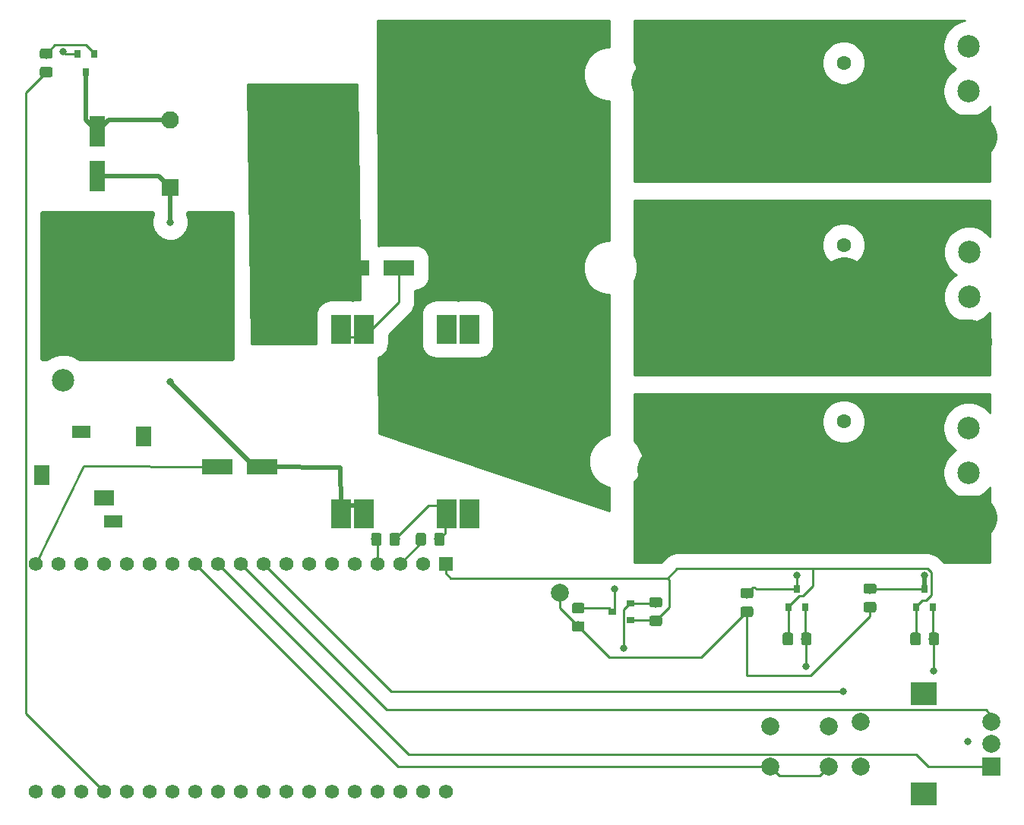
<source format=gbr>
G04 #@! TF.GenerationSoftware,KiCad,Pcbnew,5.1.4+dfsg1-1*
G04 #@! TF.CreationDate,2020-02-21T11:40:22+01:00*
G04 #@! TF.ProjectId,ledStripDriver,6c656453-7472-4697-9044-72697665722e,rev?*
G04 #@! TF.SameCoordinates,Original*
G04 #@! TF.FileFunction,Copper,L1,Top*
G04 #@! TF.FilePolarity,Positive*
%FSLAX46Y46*%
G04 Gerber Fmt 4.6, Leading zero omitted, Abs format (unit mm)*
G04 Created by KiCad (PCBNEW 5.1.4+dfsg1-1) date 2020-02-21 11:40:22*
%MOMM*%
%LPD*%
G04 APERTURE LIST*
%ADD10C,0.100000*%
%ADD11C,1.150000*%
%ADD12C,1.600000*%
%ADD13R,1.600000X1.600000*%
%ADD14C,2.000000*%
%ADD15R,2.000000X2.000000*%
%ADD16R,3.000000X2.500000*%
%ADD17R,2.100000X1.400000*%
%ADD18R,1.800000X2.300000*%
%ADD19R,2.300000X1.800000*%
%ADD20R,2.300000X3.200000*%
%ADD21C,1.560000*%
%ADD22R,1.560000X1.560000*%
%ADD23R,2.500000X6.000000*%
%ADD24R,0.800000X0.900000*%
%ADD25R,0.900000X0.800000*%
%ADD26C,1.950000*%
%ADD27R,1.950000X1.950000*%
%ADD28R,2.500000X2.500000*%
%ADD29C,2.500000*%
%ADD30R,3.500000X2.300000*%
%ADD31R,1.800000X3.500000*%
%ADD32R,3.500000X1.800000*%
%ADD33C,0.800000*%
%ADD34C,0.250000*%
%ADD35C,0.500000*%
%ADD36C,4.000000*%
%ADD37C,5.000000*%
%ADD38C,0.600000*%
%ADD39C,0.254000*%
G04 APERTURE END LIST*
D10*
G36*
X145299505Y-108801204D02*
G01*
X145323773Y-108804804D01*
X145347572Y-108810765D01*
X145370671Y-108819030D01*
X145392850Y-108829520D01*
X145413893Y-108842132D01*
X145433599Y-108856747D01*
X145451777Y-108873223D01*
X145468253Y-108891401D01*
X145482868Y-108911107D01*
X145495480Y-108932150D01*
X145505970Y-108954329D01*
X145514235Y-108977428D01*
X145520196Y-109001227D01*
X145523796Y-109025495D01*
X145525000Y-109049999D01*
X145525000Y-109950001D01*
X145523796Y-109974505D01*
X145520196Y-109998773D01*
X145514235Y-110022572D01*
X145505970Y-110045671D01*
X145495480Y-110067850D01*
X145482868Y-110088893D01*
X145468253Y-110108599D01*
X145451777Y-110126777D01*
X145433599Y-110143253D01*
X145413893Y-110157868D01*
X145392850Y-110170480D01*
X145370671Y-110180970D01*
X145347572Y-110189235D01*
X145323773Y-110195196D01*
X145299505Y-110198796D01*
X145275001Y-110200000D01*
X144624999Y-110200000D01*
X144600495Y-110198796D01*
X144576227Y-110195196D01*
X144552428Y-110189235D01*
X144529329Y-110180970D01*
X144507150Y-110170480D01*
X144486107Y-110157868D01*
X144466401Y-110143253D01*
X144448223Y-110126777D01*
X144431747Y-110108599D01*
X144417132Y-110088893D01*
X144404520Y-110067850D01*
X144394030Y-110045671D01*
X144385765Y-110022572D01*
X144379804Y-109998773D01*
X144376204Y-109974505D01*
X144375000Y-109950001D01*
X144375000Y-109049999D01*
X144376204Y-109025495D01*
X144379804Y-109001227D01*
X144385765Y-108977428D01*
X144394030Y-108954329D01*
X144404520Y-108932150D01*
X144417132Y-108911107D01*
X144431747Y-108891401D01*
X144448223Y-108873223D01*
X144466401Y-108856747D01*
X144486107Y-108842132D01*
X144507150Y-108829520D01*
X144529329Y-108819030D01*
X144552428Y-108810765D01*
X144576227Y-108804804D01*
X144600495Y-108801204D01*
X144624999Y-108800000D01*
X145275001Y-108800000D01*
X145299505Y-108801204D01*
X145299505Y-108801204D01*
G37*
D11*
X144950000Y-109500000D03*
D10*
G36*
X147349505Y-108801204D02*
G01*
X147373773Y-108804804D01*
X147397572Y-108810765D01*
X147420671Y-108819030D01*
X147442850Y-108829520D01*
X147463893Y-108842132D01*
X147483599Y-108856747D01*
X147501777Y-108873223D01*
X147518253Y-108891401D01*
X147532868Y-108911107D01*
X147545480Y-108932150D01*
X147555970Y-108954329D01*
X147564235Y-108977428D01*
X147570196Y-109001227D01*
X147573796Y-109025495D01*
X147575000Y-109049999D01*
X147575000Y-109950001D01*
X147573796Y-109974505D01*
X147570196Y-109998773D01*
X147564235Y-110022572D01*
X147555970Y-110045671D01*
X147545480Y-110067850D01*
X147532868Y-110088893D01*
X147518253Y-110108599D01*
X147501777Y-110126777D01*
X147483599Y-110143253D01*
X147463893Y-110157868D01*
X147442850Y-110170480D01*
X147420671Y-110180970D01*
X147397572Y-110189235D01*
X147373773Y-110195196D01*
X147349505Y-110198796D01*
X147325001Y-110200000D01*
X146674999Y-110200000D01*
X146650495Y-110198796D01*
X146626227Y-110195196D01*
X146602428Y-110189235D01*
X146579329Y-110180970D01*
X146557150Y-110170480D01*
X146536107Y-110157868D01*
X146516401Y-110143253D01*
X146498223Y-110126777D01*
X146481747Y-110108599D01*
X146467132Y-110088893D01*
X146454520Y-110067850D01*
X146444030Y-110045671D01*
X146435765Y-110022572D01*
X146429804Y-109998773D01*
X146426204Y-109974505D01*
X146425000Y-109950001D01*
X146425000Y-109049999D01*
X146426204Y-109025495D01*
X146429804Y-109001227D01*
X146435765Y-108977428D01*
X146444030Y-108954329D01*
X146454520Y-108932150D01*
X146467132Y-108911107D01*
X146481747Y-108891401D01*
X146498223Y-108873223D01*
X146516401Y-108856747D01*
X146536107Y-108842132D01*
X146557150Y-108829520D01*
X146579329Y-108819030D01*
X146602428Y-108810765D01*
X146626227Y-108804804D01*
X146650495Y-108801204D01*
X146674999Y-108800000D01*
X147325001Y-108800000D01*
X147349505Y-108801204D01*
X147349505Y-108801204D01*
G37*
D11*
X147000000Y-109500000D03*
D10*
G36*
X140324505Y-108801204D02*
G01*
X140348773Y-108804804D01*
X140372572Y-108810765D01*
X140395671Y-108819030D01*
X140417850Y-108829520D01*
X140438893Y-108842132D01*
X140458599Y-108856747D01*
X140476777Y-108873223D01*
X140493253Y-108891401D01*
X140507868Y-108911107D01*
X140520480Y-108932150D01*
X140530970Y-108954329D01*
X140539235Y-108977428D01*
X140545196Y-109001227D01*
X140548796Y-109025495D01*
X140550000Y-109049999D01*
X140550000Y-109950001D01*
X140548796Y-109974505D01*
X140545196Y-109998773D01*
X140539235Y-110022572D01*
X140530970Y-110045671D01*
X140520480Y-110067850D01*
X140507868Y-110088893D01*
X140493253Y-110108599D01*
X140476777Y-110126777D01*
X140458599Y-110143253D01*
X140438893Y-110157868D01*
X140417850Y-110170480D01*
X140395671Y-110180970D01*
X140372572Y-110189235D01*
X140348773Y-110195196D01*
X140324505Y-110198796D01*
X140300001Y-110200000D01*
X139649999Y-110200000D01*
X139625495Y-110198796D01*
X139601227Y-110195196D01*
X139577428Y-110189235D01*
X139554329Y-110180970D01*
X139532150Y-110170480D01*
X139511107Y-110157868D01*
X139491401Y-110143253D01*
X139473223Y-110126777D01*
X139456747Y-110108599D01*
X139442132Y-110088893D01*
X139429520Y-110067850D01*
X139419030Y-110045671D01*
X139410765Y-110022572D01*
X139404804Y-109998773D01*
X139401204Y-109974505D01*
X139400000Y-109950001D01*
X139400000Y-109049999D01*
X139401204Y-109025495D01*
X139404804Y-109001227D01*
X139410765Y-108977428D01*
X139419030Y-108954329D01*
X139429520Y-108932150D01*
X139442132Y-108911107D01*
X139456747Y-108891401D01*
X139473223Y-108873223D01*
X139491401Y-108856747D01*
X139511107Y-108842132D01*
X139532150Y-108829520D01*
X139554329Y-108819030D01*
X139577428Y-108810765D01*
X139601227Y-108804804D01*
X139625495Y-108801204D01*
X139649999Y-108800000D01*
X140300001Y-108800000D01*
X140324505Y-108801204D01*
X140324505Y-108801204D01*
G37*
D11*
X139975000Y-109500000D03*
D10*
G36*
X142374505Y-108801204D02*
G01*
X142398773Y-108804804D01*
X142422572Y-108810765D01*
X142445671Y-108819030D01*
X142467850Y-108829520D01*
X142488893Y-108842132D01*
X142508599Y-108856747D01*
X142526777Y-108873223D01*
X142543253Y-108891401D01*
X142557868Y-108911107D01*
X142570480Y-108932150D01*
X142580970Y-108954329D01*
X142589235Y-108977428D01*
X142595196Y-109001227D01*
X142598796Y-109025495D01*
X142600000Y-109049999D01*
X142600000Y-109950001D01*
X142598796Y-109974505D01*
X142595196Y-109998773D01*
X142589235Y-110022572D01*
X142580970Y-110045671D01*
X142570480Y-110067850D01*
X142557868Y-110088893D01*
X142543253Y-110108599D01*
X142526777Y-110126777D01*
X142508599Y-110143253D01*
X142488893Y-110157868D01*
X142467850Y-110170480D01*
X142445671Y-110180970D01*
X142422572Y-110189235D01*
X142398773Y-110195196D01*
X142374505Y-110198796D01*
X142350001Y-110200000D01*
X141699999Y-110200000D01*
X141675495Y-110198796D01*
X141651227Y-110195196D01*
X141627428Y-110189235D01*
X141604329Y-110180970D01*
X141582150Y-110170480D01*
X141561107Y-110157868D01*
X141541401Y-110143253D01*
X141523223Y-110126777D01*
X141506747Y-110108599D01*
X141492132Y-110088893D01*
X141479520Y-110067850D01*
X141469030Y-110045671D01*
X141460765Y-110022572D01*
X141454804Y-109998773D01*
X141451204Y-109974505D01*
X141450000Y-109950001D01*
X141450000Y-109049999D01*
X141451204Y-109025495D01*
X141454804Y-109001227D01*
X141460765Y-108977428D01*
X141469030Y-108954329D01*
X141479520Y-108932150D01*
X141492132Y-108911107D01*
X141506747Y-108891401D01*
X141523223Y-108873223D01*
X141541401Y-108856747D01*
X141561107Y-108842132D01*
X141582150Y-108829520D01*
X141604329Y-108819030D01*
X141627428Y-108810765D01*
X141651227Y-108804804D01*
X141675495Y-108801204D01*
X141699999Y-108800000D01*
X142350001Y-108800000D01*
X142374505Y-108801204D01*
X142374505Y-108801204D01*
G37*
D11*
X142025000Y-109500000D03*
D12*
X192075000Y-76680000D03*
D13*
X192075000Y-80480000D03*
D14*
X183924000Y-134836000D03*
X183924000Y-130336000D03*
X190424000Y-134836000D03*
X190424000Y-130336000D03*
D15*
X208500000Y-134836000D03*
D14*
X208500000Y-132336000D03*
X208500000Y-129836000D03*
D16*
X201000000Y-137936000D03*
X201000000Y-126736000D03*
D14*
X194000000Y-134836000D03*
X194000000Y-129836000D03*
D17*
X110616000Y-107524000D03*
X107116000Y-97524000D03*
D18*
X114016000Y-98024000D03*
D19*
X109616000Y-104924000D03*
D18*
X102716000Y-102324000D03*
D12*
X192075000Y-96365000D03*
D13*
X192075000Y-100165000D03*
D12*
X192075000Y-56360000D03*
D13*
X192075000Y-60160000D03*
D20*
X138580000Y-86055000D03*
X136040000Y-86055000D03*
X150320000Y-106655000D03*
X147780000Y-86055000D03*
X136040000Y-106655000D03*
X138580000Y-106655000D03*
X150320000Y-86055000D03*
X147780000Y-106655000D03*
D21*
X101980000Y-137630000D03*
X104520000Y-137630000D03*
X107060000Y-137630000D03*
X109600000Y-137630000D03*
X112140000Y-137630000D03*
X114680000Y-137630000D03*
X117220000Y-137630000D03*
X119760000Y-137630000D03*
X122300000Y-137630000D03*
X124840000Y-137630000D03*
X127380000Y-137630000D03*
X129920000Y-137630000D03*
X132460000Y-137630000D03*
X135000000Y-137630000D03*
X137540000Y-137630000D03*
X140080000Y-137630000D03*
X142620000Y-137630000D03*
X145160000Y-137630000D03*
X147700000Y-137630000D03*
X104520000Y-112230000D03*
X107060000Y-112230000D03*
X109600000Y-112230000D03*
X112140000Y-112230000D03*
X114680000Y-112230000D03*
X117220000Y-112230000D03*
X119760000Y-112230000D03*
X122300000Y-112230000D03*
X124840000Y-112230000D03*
X127380000Y-112230000D03*
X129920000Y-112230000D03*
X132460000Y-112230000D03*
X135000000Y-112230000D03*
X137540000Y-112230000D03*
X140080000Y-112230000D03*
X142620000Y-112230000D03*
X101980000Y-112230000D03*
X145160000Y-112230000D03*
D22*
X147700000Y-112230000D03*
D23*
X127610000Y-84290000D03*
X122860000Y-84290000D03*
D10*
G36*
X195470505Y-114441204D02*
G01*
X195494773Y-114444804D01*
X195518572Y-114450765D01*
X195541671Y-114459030D01*
X195563850Y-114469520D01*
X195584893Y-114482132D01*
X195604599Y-114496747D01*
X195622777Y-114513223D01*
X195639253Y-114531401D01*
X195653868Y-114551107D01*
X195666480Y-114572150D01*
X195676970Y-114594329D01*
X195685235Y-114617428D01*
X195691196Y-114641227D01*
X195694796Y-114665495D01*
X195696000Y-114689999D01*
X195696000Y-115340001D01*
X195694796Y-115364505D01*
X195691196Y-115388773D01*
X195685235Y-115412572D01*
X195676970Y-115435671D01*
X195666480Y-115457850D01*
X195653868Y-115478893D01*
X195639253Y-115498599D01*
X195622777Y-115516777D01*
X195604599Y-115533253D01*
X195584893Y-115547868D01*
X195563850Y-115560480D01*
X195541671Y-115570970D01*
X195518572Y-115579235D01*
X195494773Y-115585196D01*
X195470505Y-115588796D01*
X195446001Y-115590000D01*
X194545999Y-115590000D01*
X194521495Y-115588796D01*
X194497227Y-115585196D01*
X194473428Y-115579235D01*
X194450329Y-115570970D01*
X194428150Y-115560480D01*
X194407107Y-115547868D01*
X194387401Y-115533253D01*
X194369223Y-115516777D01*
X194352747Y-115498599D01*
X194338132Y-115478893D01*
X194325520Y-115457850D01*
X194315030Y-115435671D01*
X194306765Y-115412572D01*
X194300804Y-115388773D01*
X194297204Y-115364505D01*
X194296000Y-115340001D01*
X194296000Y-114689999D01*
X194297204Y-114665495D01*
X194300804Y-114641227D01*
X194306765Y-114617428D01*
X194315030Y-114594329D01*
X194325520Y-114572150D01*
X194338132Y-114551107D01*
X194352747Y-114531401D01*
X194369223Y-114513223D01*
X194387401Y-114496747D01*
X194407107Y-114482132D01*
X194428150Y-114469520D01*
X194450329Y-114459030D01*
X194473428Y-114450765D01*
X194497227Y-114444804D01*
X194521495Y-114441204D01*
X194545999Y-114440000D01*
X195446001Y-114440000D01*
X195470505Y-114441204D01*
X195470505Y-114441204D01*
G37*
D11*
X194996000Y-115015000D03*
D10*
G36*
X195470505Y-116491204D02*
G01*
X195494773Y-116494804D01*
X195518572Y-116500765D01*
X195541671Y-116509030D01*
X195563850Y-116519520D01*
X195584893Y-116532132D01*
X195604599Y-116546747D01*
X195622777Y-116563223D01*
X195639253Y-116581401D01*
X195653868Y-116601107D01*
X195666480Y-116622150D01*
X195676970Y-116644329D01*
X195685235Y-116667428D01*
X195691196Y-116691227D01*
X195694796Y-116715495D01*
X195696000Y-116739999D01*
X195696000Y-117390001D01*
X195694796Y-117414505D01*
X195691196Y-117438773D01*
X195685235Y-117462572D01*
X195676970Y-117485671D01*
X195666480Y-117507850D01*
X195653868Y-117528893D01*
X195639253Y-117548599D01*
X195622777Y-117566777D01*
X195604599Y-117583253D01*
X195584893Y-117597868D01*
X195563850Y-117610480D01*
X195541671Y-117620970D01*
X195518572Y-117629235D01*
X195494773Y-117635196D01*
X195470505Y-117638796D01*
X195446001Y-117640000D01*
X194545999Y-117640000D01*
X194521495Y-117638796D01*
X194497227Y-117635196D01*
X194473428Y-117629235D01*
X194450329Y-117620970D01*
X194428150Y-117610480D01*
X194407107Y-117597868D01*
X194387401Y-117583253D01*
X194369223Y-117566777D01*
X194352747Y-117548599D01*
X194338132Y-117528893D01*
X194325520Y-117507850D01*
X194315030Y-117485671D01*
X194306765Y-117462572D01*
X194300804Y-117438773D01*
X194297204Y-117414505D01*
X194296000Y-117390001D01*
X194296000Y-116739999D01*
X194297204Y-116715495D01*
X194300804Y-116691227D01*
X194306765Y-116667428D01*
X194315030Y-116644329D01*
X194325520Y-116622150D01*
X194338132Y-116601107D01*
X194352747Y-116581401D01*
X194369223Y-116563223D01*
X194387401Y-116546747D01*
X194407107Y-116532132D01*
X194428150Y-116519520D01*
X194450329Y-116509030D01*
X194473428Y-116500765D01*
X194497227Y-116494804D01*
X194521495Y-116491204D01*
X194545999Y-116490000D01*
X195446001Y-116490000D01*
X195470505Y-116491204D01*
X195470505Y-116491204D01*
G37*
D11*
X194996000Y-117065000D03*
D10*
G36*
X181754505Y-114949204D02*
G01*
X181778773Y-114952804D01*
X181802572Y-114958765D01*
X181825671Y-114967030D01*
X181847850Y-114977520D01*
X181868893Y-114990132D01*
X181888599Y-115004747D01*
X181906777Y-115021223D01*
X181923253Y-115039401D01*
X181937868Y-115059107D01*
X181950480Y-115080150D01*
X181960970Y-115102329D01*
X181969235Y-115125428D01*
X181975196Y-115149227D01*
X181978796Y-115173495D01*
X181980000Y-115197999D01*
X181980000Y-115848001D01*
X181978796Y-115872505D01*
X181975196Y-115896773D01*
X181969235Y-115920572D01*
X181960970Y-115943671D01*
X181950480Y-115965850D01*
X181937868Y-115986893D01*
X181923253Y-116006599D01*
X181906777Y-116024777D01*
X181888599Y-116041253D01*
X181868893Y-116055868D01*
X181847850Y-116068480D01*
X181825671Y-116078970D01*
X181802572Y-116087235D01*
X181778773Y-116093196D01*
X181754505Y-116096796D01*
X181730001Y-116098000D01*
X180829999Y-116098000D01*
X180805495Y-116096796D01*
X180781227Y-116093196D01*
X180757428Y-116087235D01*
X180734329Y-116078970D01*
X180712150Y-116068480D01*
X180691107Y-116055868D01*
X180671401Y-116041253D01*
X180653223Y-116024777D01*
X180636747Y-116006599D01*
X180622132Y-115986893D01*
X180609520Y-115965850D01*
X180599030Y-115943671D01*
X180590765Y-115920572D01*
X180584804Y-115896773D01*
X180581204Y-115872505D01*
X180580000Y-115848001D01*
X180580000Y-115197999D01*
X180581204Y-115173495D01*
X180584804Y-115149227D01*
X180590765Y-115125428D01*
X180599030Y-115102329D01*
X180609520Y-115080150D01*
X180622132Y-115059107D01*
X180636747Y-115039401D01*
X180653223Y-115021223D01*
X180671401Y-115004747D01*
X180691107Y-114990132D01*
X180712150Y-114977520D01*
X180734329Y-114967030D01*
X180757428Y-114958765D01*
X180781227Y-114952804D01*
X180805495Y-114949204D01*
X180829999Y-114948000D01*
X181730001Y-114948000D01*
X181754505Y-114949204D01*
X181754505Y-114949204D01*
G37*
D11*
X181280000Y-115523000D03*
D10*
G36*
X181754505Y-116999204D02*
G01*
X181778773Y-117002804D01*
X181802572Y-117008765D01*
X181825671Y-117017030D01*
X181847850Y-117027520D01*
X181868893Y-117040132D01*
X181888599Y-117054747D01*
X181906777Y-117071223D01*
X181923253Y-117089401D01*
X181937868Y-117109107D01*
X181950480Y-117130150D01*
X181960970Y-117152329D01*
X181969235Y-117175428D01*
X181975196Y-117199227D01*
X181978796Y-117223495D01*
X181980000Y-117247999D01*
X181980000Y-117898001D01*
X181978796Y-117922505D01*
X181975196Y-117946773D01*
X181969235Y-117970572D01*
X181960970Y-117993671D01*
X181950480Y-118015850D01*
X181937868Y-118036893D01*
X181923253Y-118056599D01*
X181906777Y-118074777D01*
X181888599Y-118091253D01*
X181868893Y-118105868D01*
X181847850Y-118118480D01*
X181825671Y-118128970D01*
X181802572Y-118137235D01*
X181778773Y-118143196D01*
X181754505Y-118146796D01*
X181730001Y-118148000D01*
X180829999Y-118148000D01*
X180805495Y-118146796D01*
X180781227Y-118143196D01*
X180757428Y-118137235D01*
X180734329Y-118128970D01*
X180712150Y-118118480D01*
X180691107Y-118105868D01*
X180671401Y-118091253D01*
X180653223Y-118074777D01*
X180636747Y-118056599D01*
X180622132Y-118036893D01*
X180609520Y-118015850D01*
X180599030Y-117993671D01*
X180590765Y-117970572D01*
X180584804Y-117946773D01*
X180581204Y-117922505D01*
X180580000Y-117898001D01*
X180580000Y-117247999D01*
X180581204Y-117223495D01*
X180584804Y-117199227D01*
X180590765Y-117175428D01*
X180599030Y-117152329D01*
X180609520Y-117130150D01*
X180622132Y-117109107D01*
X180636747Y-117089401D01*
X180653223Y-117071223D01*
X180671401Y-117054747D01*
X180691107Y-117040132D01*
X180712150Y-117027520D01*
X180734329Y-117017030D01*
X180757428Y-117008765D01*
X180781227Y-117002804D01*
X180805495Y-116999204D01*
X180829999Y-116998000D01*
X181730001Y-116998000D01*
X181754505Y-116999204D01*
X181754505Y-116999204D01*
G37*
D11*
X181280000Y-117573000D03*
D10*
G36*
X162949505Y-116600204D02*
G01*
X162973773Y-116603804D01*
X162997572Y-116609765D01*
X163020671Y-116618030D01*
X163042850Y-116628520D01*
X163063893Y-116641132D01*
X163083599Y-116655747D01*
X163101777Y-116672223D01*
X163118253Y-116690401D01*
X163132868Y-116710107D01*
X163145480Y-116731150D01*
X163155970Y-116753329D01*
X163164235Y-116776428D01*
X163170196Y-116800227D01*
X163173796Y-116824495D01*
X163175000Y-116848999D01*
X163175000Y-117499001D01*
X163173796Y-117523505D01*
X163170196Y-117547773D01*
X163164235Y-117571572D01*
X163155970Y-117594671D01*
X163145480Y-117616850D01*
X163132868Y-117637893D01*
X163118253Y-117657599D01*
X163101777Y-117675777D01*
X163083599Y-117692253D01*
X163063893Y-117706868D01*
X163042850Y-117719480D01*
X163020671Y-117729970D01*
X162997572Y-117738235D01*
X162973773Y-117744196D01*
X162949505Y-117747796D01*
X162925001Y-117749000D01*
X162024999Y-117749000D01*
X162000495Y-117747796D01*
X161976227Y-117744196D01*
X161952428Y-117738235D01*
X161929329Y-117729970D01*
X161907150Y-117719480D01*
X161886107Y-117706868D01*
X161866401Y-117692253D01*
X161848223Y-117675777D01*
X161831747Y-117657599D01*
X161817132Y-117637893D01*
X161804520Y-117616850D01*
X161794030Y-117594671D01*
X161785765Y-117571572D01*
X161779804Y-117547773D01*
X161776204Y-117523505D01*
X161775000Y-117499001D01*
X161775000Y-116848999D01*
X161776204Y-116824495D01*
X161779804Y-116800227D01*
X161785765Y-116776428D01*
X161794030Y-116753329D01*
X161804520Y-116731150D01*
X161817132Y-116710107D01*
X161831747Y-116690401D01*
X161848223Y-116672223D01*
X161866401Y-116655747D01*
X161886107Y-116641132D01*
X161907150Y-116628520D01*
X161929329Y-116618030D01*
X161952428Y-116609765D01*
X161976227Y-116603804D01*
X162000495Y-116600204D01*
X162024999Y-116599000D01*
X162925001Y-116599000D01*
X162949505Y-116600204D01*
X162949505Y-116600204D01*
G37*
D11*
X162475000Y-117174000D03*
D10*
G36*
X162949505Y-118650204D02*
G01*
X162973773Y-118653804D01*
X162997572Y-118659765D01*
X163020671Y-118668030D01*
X163042850Y-118678520D01*
X163063893Y-118691132D01*
X163083599Y-118705747D01*
X163101777Y-118722223D01*
X163118253Y-118740401D01*
X163132868Y-118760107D01*
X163145480Y-118781150D01*
X163155970Y-118803329D01*
X163164235Y-118826428D01*
X163170196Y-118850227D01*
X163173796Y-118874495D01*
X163175000Y-118898999D01*
X163175000Y-119549001D01*
X163173796Y-119573505D01*
X163170196Y-119597773D01*
X163164235Y-119621572D01*
X163155970Y-119644671D01*
X163145480Y-119666850D01*
X163132868Y-119687893D01*
X163118253Y-119707599D01*
X163101777Y-119725777D01*
X163083599Y-119742253D01*
X163063893Y-119756868D01*
X163042850Y-119769480D01*
X163020671Y-119779970D01*
X162997572Y-119788235D01*
X162973773Y-119794196D01*
X162949505Y-119797796D01*
X162925001Y-119799000D01*
X162024999Y-119799000D01*
X162000495Y-119797796D01*
X161976227Y-119794196D01*
X161952428Y-119788235D01*
X161929329Y-119779970D01*
X161907150Y-119769480D01*
X161886107Y-119756868D01*
X161866401Y-119742253D01*
X161848223Y-119725777D01*
X161831747Y-119707599D01*
X161817132Y-119687893D01*
X161804520Y-119666850D01*
X161794030Y-119644671D01*
X161785765Y-119621572D01*
X161779804Y-119597773D01*
X161776204Y-119573505D01*
X161775000Y-119549001D01*
X161775000Y-118898999D01*
X161776204Y-118874495D01*
X161779804Y-118850227D01*
X161785765Y-118826428D01*
X161794030Y-118803329D01*
X161804520Y-118781150D01*
X161817132Y-118760107D01*
X161831747Y-118740401D01*
X161848223Y-118722223D01*
X161866401Y-118705747D01*
X161886107Y-118691132D01*
X161907150Y-118678520D01*
X161929329Y-118668030D01*
X161952428Y-118659765D01*
X161976227Y-118653804D01*
X162000495Y-118650204D01*
X162024999Y-118649000D01*
X162925001Y-118649000D01*
X162949505Y-118650204D01*
X162949505Y-118650204D01*
G37*
D11*
X162475000Y-119224000D03*
D10*
G36*
X202466505Y-119913204D02*
G01*
X202490773Y-119916804D01*
X202514572Y-119922765D01*
X202537671Y-119931030D01*
X202559850Y-119941520D01*
X202580893Y-119954132D01*
X202600599Y-119968747D01*
X202618777Y-119985223D01*
X202635253Y-120003401D01*
X202649868Y-120023107D01*
X202662480Y-120044150D01*
X202672970Y-120066329D01*
X202681235Y-120089428D01*
X202687196Y-120113227D01*
X202690796Y-120137495D01*
X202692000Y-120161999D01*
X202692000Y-121062001D01*
X202690796Y-121086505D01*
X202687196Y-121110773D01*
X202681235Y-121134572D01*
X202672970Y-121157671D01*
X202662480Y-121179850D01*
X202649868Y-121200893D01*
X202635253Y-121220599D01*
X202618777Y-121238777D01*
X202600599Y-121255253D01*
X202580893Y-121269868D01*
X202559850Y-121282480D01*
X202537671Y-121292970D01*
X202514572Y-121301235D01*
X202490773Y-121307196D01*
X202466505Y-121310796D01*
X202442001Y-121312000D01*
X201791999Y-121312000D01*
X201767495Y-121310796D01*
X201743227Y-121307196D01*
X201719428Y-121301235D01*
X201696329Y-121292970D01*
X201674150Y-121282480D01*
X201653107Y-121269868D01*
X201633401Y-121255253D01*
X201615223Y-121238777D01*
X201598747Y-121220599D01*
X201584132Y-121200893D01*
X201571520Y-121179850D01*
X201561030Y-121157671D01*
X201552765Y-121134572D01*
X201546804Y-121110773D01*
X201543204Y-121086505D01*
X201542000Y-121062001D01*
X201542000Y-120161999D01*
X201543204Y-120137495D01*
X201546804Y-120113227D01*
X201552765Y-120089428D01*
X201561030Y-120066329D01*
X201571520Y-120044150D01*
X201584132Y-120023107D01*
X201598747Y-120003401D01*
X201615223Y-119985223D01*
X201633401Y-119968747D01*
X201653107Y-119954132D01*
X201674150Y-119941520D01*
X201696329Y-119931030D01*
X201719428Y-119922765D01*
X201743227Y-119916804D01*
X201767495Y-119913204D01*
X201791999Y-119912000D01*
X202442001Y-119912000D01*
X202466505Y-119913204D01*
X202466505Y-119913204D01*
G37*
D11*
X202117000Y-120612000D03*
D10*
G36*
X200416505Y-119913204D02*
G01*
X200440773Y-119916804D01*
X200464572Y-119922765D01*
X200487671Y-119931030D01*
X200509850Y-119941520D01*
X200530893Y-119954132D01*
X200550599Y-119968747D01*
X200568777Y-119985223D01*
X200585253Y-120003401D01*
X200599868Y-120023107D01*
X200612480Y-120044150D01*
X200622970Y-120066329D01*
X200631235Y-120089428D01*
X200637196Y-120113227D01*
X200640796Y-120137495D01*
X200642000Y-120161999D01*
X200642000Y-121062001D01*
X200640796Y-121086505D01*
X200637196Y-121110773D01*
X200631235Y-121134572D01*
X200622970Y-121157671D01*
X200612480Y-121179850D01*
X200599868Y-121200893D01*
X200585253Y-121220599D01*
X200568777Y-121238777D01*
X200550599Y-121255253D01*
X200530893Y-121269868D01*
X200509850Y-121282480D01*
X200487671Y-121292970D01*
X200464572Y-121301235D01*
X200440773Y-121307196D01*
X200416505Y-121310796D01*
X200392001Y-121312000D01*
X199741999Y-121312000D01*
X199717495Y-121310796D01*
X199693227Y-121307196D01*
X199669428Y-121301235D01*
X199646329Y-121292970D01*
X199624150Y-121282480D01*
X199603107Y-121269868D01*
X199583401Y-121255253D01*
X199565223Y-121238777D01*
X199548747Y-121220599D01*
X199534132Y-121200893D01*
X199521520Y-121179850D01*
X199511030Y-121157671D01*
X199502765Y-121134572D01*
X199496804Y-121110773D01*
X199493204Y-121086505D01*
X199492000Y-121062001D01*
X199492000Y-120161999D01*
X199493204Y-120137495D01*
X199496804Y-120113227D01*
X199502765Y-120089428D01*
X199511030Y-120066329D01*
X199521520Y-120044150D01*
X199534132Y-120023107D01*
X199548747Y-120003401D01*
X199565223Y-119985223D01*
X199583401Y-119968747D01*
X199603107Y-119954132D01*
X199624150Y-119941520D01*
X199646329Y-119931030D01*
X199669428Y-119922765D01*
X199693227Y-119916804D01*
X199717495Y-119913204D01*
X199741999Y-119912000D01*
X200392001Y-119912000D01*
X200416505Y-119913204D01*
X200416505Y-119913204D01*
G37*
D11*
X200067000Y-120612000D03*
D10*
G36*
X188242505Y-119913204D02*
G01*
X188266773Y-119916804D01*
X188290572Y-119922765D01*
X188313671Y-119931030D01*
X188335850Y-119941520D01*
X188356893Y-119954132D01*
X188376599Y-119968747D01*
X188394777Y-119985223D01*
X188411253Y-120003401D01*
X188425868Y-120023107D01*
X188438480Y-120044150D01*
X188448970Y-120066329D01*
X188457235Y-120089428D01*
X188463196Y-120113227D01*
X188466796Y-120137495D01*
X188468000Y-120161999D01*
X188468000Y-121062001D01*
X188466796Y-121086505D01*
X188463196Y-121110773D01*
X188457235Y-121134572D01*
X188448970Y-121157671D01*
X188438480Y-121179850D01*
X188425868Y-121200893D01*
X188411253Y-121220599D01*
X188394777Y-121238777D01*
X188376599Y-121255253D01*
X188356893Y-121269868D01*
X188335850Y-121282480D01*
X188313671Y-121292970D01*
X188290572Y-121301235D01*
X188266773Y-121307196D01*
X188242505Y-121310796D01*
X188218001Y-121312000D01*
X187567999Y-121312000D01*
X187543495Y-121310796D01*
X187519227Y-121307196D01*
X187495428Y-121301235D01*
X187472329Y-121292970D01*
X187450150Y-121282480D01*
X187429107Y-121269868D01*
X187409401Y-121255253D01*
X187391223Y-121238777D01*
X187374747Y-121220599D01*
X187360132Y-121200893D01*
X187347520Y-121179850D01*
X187337030Y-121157671D01*
X187328765Y-121134572D01*
X187322804Y-121110773D01*
X187319204Y-121086505D01*
X187318000Y-121062001D01*
X187318000Y-120161999D01*
X187319204Y-120137495D01*
X187322804Y-120113227D01*
X187328765Y-120089428D01*
X187337030Y-120066329D01*
X187347520Y-120044150D01*
X187360132Y-120023107D01*
X187374747Y-120003401D01*
X187391223Y-119985223D01*
X187409401Y-119968747D01*
X187429107Y-119954132D01*
X187450150Y-119941520D01*
X187472329Y-119931030D01*
X187495428Y-119922765D01*
X187519227Y-119916804D01*
X187543495Y-119913204D01*
X187567999Y-119912000D01*
X188218001Y-119912000D01*
X188242505Y-119913204D01*
X188242505Y-119913204D01*
G37*
D11*
X187893000Y-120612000D03*
D10*
G36*
X186192505Y-119913204D02*
G01*
X186216773Y-119916804D01*
X186240572Y-119922765D01*
X186263671Y-119931030D01*
X186285850Y-119941520D01*
X186306893Y-119954132D01*
X186326599Y-119968747D01*
X186344777Y-119985223D01*
X186361253Y-120003401D01*
X186375868Y-120023107D01*
X186388480Y-120044150D01*
X186398970Y-120066329D01*
X186407235Y-120089428D01*
X186413196Y-120113227D01*
X186416796Y-120137495D01*
X186418000Y-120161999D01*
X186418000Y-121062001D01*
X186416796Y-121086505D01*
X186413196Y-121110773D01*
X186407235Y-121134572D01*
X186398970Y-121157671D01*
X186388480Y-121179850D01*
X186375868Y-121200893D01*
X186361253Y-121220599D01*
X186344777Y-121238777D01*
X186326599Y-121255253D01*
X186306893Y-121269868D01*
X186285850Y-121282480D01*
X186263671Y-121292970D01*
X186240572Y-121301235D01*
X186216773Y-121307196D01*
X186192505Y-121310796D01*
X186168001Y-121312000D01*
X185517999Y-121312000D01*
X185493495Y-121310796D01*
X185469227Y-121307196D01*
X185445428Y-121301235D01*
X185422329Y-121292970D01*
X185400150Y-121282480D01*
X185379107Y-121269868D01*
X185359401Y-121255253D01*
X185341223Y-121238777D01*
X185324747Y-121220599D01*
X185310132Y-121200893D01*
X185297520Y-121179850D01*
X185287030Y-121157671D01*
X185278765Y-121134572D01*
X185272804Y-121110773D01*
X185269204Y-121086505D01*
X185268000Y-121062001D01*
X185268000Y-120161999D01*
X185269204Y-120137495D01*
X185272804Y-120113227D01*
X185278765Y-120089428D01*
X185287030Y-120066329D01*
X185297520Y-120044150D01*
X185310132Y-120023107D01*
X185324747Y-120003401D01*
X185341223Y-119985223D01*
X185359401Y-119968747D01*
X185379107Y-119954132D01*
X185400150Y-119941520D01*
X185422329Y-119931030D01*
X185445428Y-119922765D01*
X185469227Y-119916804D01*
X185493495Y-119913204D01*
X185517999Y-119912000D01*
X186168001Y-119912000D01*
X186192505Y-119913204D01*
X186192505Y-119913204D01*
G37*
D11*
X185843000Y-120612000D03*
D10*
G36*
X171594505Y-115965204D02*
G01*
X171618773Y-115968804D01*
X171642572Y-115974765D01*
X171665671Y-115983030D01*
X171687850Y-115993520D01*
X171708893Y-116006132D01*
X171728599Y-116020747D01*
X171746777Y-116037223D01*
X171763253Y-116055401D01*
X171777868Y-116075107D01*
X171790480Y-116096150D01*
X171800970Y-116118329D01*
X171809235Y-116141428D01*
X171815196Y-116165227D01*
X171818796Y-116189495D01*
X171820000Y-116213999D01*
X171820000Y-116864001D01*
X171818796Y-116888505D01*
X171815196Y-116912773D01*
X171809235Y-116936572D01*
X171800970Y-116959671D01*
X171790480Y-116981850D01*
X171777868Y-117002893D01*
X171763253Y-117022599D01*
X171746777Y-117040777D01*
X171728599Y-117057253D01*
X171708893Y-117071868D01*
X171687850Y-117084480D01*
X171665671Y-117094970D01*
X171642572Y-117103235D01*
X171618773Y-117109196D01*
X171594505Y-117112796D01*
X171570001Y-117114000D01*
X170669999Y-117114000D01*
X170645495Y-117112796D01*
X170621227Y-117109196D01*
X170597428Y-117103235D01*
X170574329Y-117094970D01*
X170552150Y-117084480D01*
X170531107Y-117071868D01*
X170511401Y-117057253D01*
X170493223Y-117040777D01*
X170476747Y-117022599D01*
X170462132Y-117002893D01*
X170449520Y-116981850D01*
X170439030Y-116959671D01*
X170430765Y-116936572D01*
X170424804Y-116912773D01*
X170421204Y-116888505D01*
X170420000Y-116864001D01*
X170420000Y-116213999D01*
X170421204Y-116189495D01*
X170424804Y-116165227D01*
X170430765Y-116141428D01*
X170439030Y-116118329D01*
X170449520Y-116096150D01*
X170462132Y-116075107D01*
X170476747Y-116055401D01*
X170493223Y-116037223D01*
X170511401Y-116020747D01*
X170531107Y-116006132D01*
X170552150Y-115993520D01*
X170574329Y-115983030D01*
X170597428Y-115974765D01*
X170621227Y-115968804D01*
X170645495Y-115965204D01*
X170669999Y-115964000D01*
X171570001Y-115964000D01*
X171594505Y-115965204D01*
X171594505Y-115965204D01*
G37*
D11*
X171120000Y-116539000D03*
D10*
G36*
X171594505Y-118015204D02*
G01*
X171618773Y-118018804D01*
X171642572Y-118024765D01*
X171665671Y-118033030D01*
X171687850Y-118043520D01*
X171708893Y-118056132D01*
X171728599Y-118070747D01*
X171746777Y-118087223D01*
X171763253Y-118105401D01*
X171777868Y-118125107D01*
X171790480Y-118146150D01*
X171800970Y-118168329D01*
X171809235Y-118191428D01*
X171815196Y-118215227D01*
X171818796Y-118239495D01*
X171820000Y-118263999D01*
X171820000Y-118914001D01*
X171818796Y-118938505D01*
X171815196Y-118962773D01*
X171809235Y-118986572D01*
X171800970Y-119009671D01*
X171790480Y-119031850D01*
X171777868Y-119052893D01*
X171763253Y-119072599D01*
X171746777Y-119090777D01*
X171728599Y-119107253D01*
X171708893Y-119121868D01*
X171687850Y-119134480D01*
X171665671Y-119144970D01*
X171642572Y-119153235D01*
X171618773Y-119159196D01*
X171594505Y-119162796D01*
X171570001Y-119164000D01*
X170669999Y-119164000D01*
X170645495Y-119162796D01*
X170621227Y-119159196D01*
X170597428Y-119153235D01*
X170574329Y-119144970D01*
X170552150Y-119134480D01*
X170531107Y-119121868D01*
X170511401Y-119107253D01*
X170493223Y-119090777D01*
X170476747Y-119072599D01*
X170462132Y-119052893D01*
X170449520Y-119031850D01*
X170439030Y-119009671D01*
X170430765Y-118986572D01*
X170424804Y-118962773D01*
X170421204Y-118938505D01*
X170420000Y-118914001D01*
X170420000Y-118263999D01*
X170421204Y-118239495D01*
X170424804Y-118215227D01*
X170430765Y-118191428D01*
X170439030Y-118168329D01*
X170449520Y-118146150D01*
X170462132Y-118125107D01*
X170476747Y-118105401D01*
X170493223Y-118087223D01*
X170511401Y-118070747D01*
X170531107Y-118056132D01*
X170552150Y-118043520D01*
X170574329Y-118033030D01*
X170597428Y-118024765D01*
X170621227Y-118018804D01*
X170645495Y-118015204D01*
X170669999Y-118014000D01*
X171570001Y-118014000D01*
X171594505Y-118015204D01*
X171594505Y-118015204D01*
G37*
D11*
X171120000Y-118589000D03*
D10*
G36*
X103649505Y-56801204D02*
G01*
X103673773Y-56804804D01*
X103697572Y-56810765D01*
X103720671Y-56819030D01*
X103742850Y-56829520D01*
X103763893Y-56842132D01*
X103783599Y-56856747D01*
X103801777Y-56873223D01*
X103818253Y-56891401D01*
X103832868Y-56911107D01*
X103845480Y-56932150D01*
X103855970Y-56954329D01*
X103864235Y-56977428D01*
X103870196Y-57001227D01*
X103873796Y-57025495D01*
X103875000Y-57049999D01*
X103875000Y-57700001D01*
X103873796Y-57724505D01*
X103870196Y-57748773D01*
X103864235Y-57772572D01*
X103855970Y-57795671D01*
X103845480Y-57817850D01*
X103832868Y-57838893D01*
X103818253Y-57858599D01*
X103801777Y-57876777D01*
X103783599Y-57893253D01*
X103763893Y-57907868D01*
X103742850Y-57920480D01*
X103720671Y-57930970D01*
X103697572Y-57939235D01*
X103673773Y-57945196D01*
X103649505Y-57948796D01*
X103625001Y-57950000D01*
X102724999Y-57950000D01*
X102700495Y-57948796D01*
X102676227Y-57945196D01*
X102652428Y-57939235D01*
X102629329Y-57930970D01*
X102607150Y-57920480D01*
X102586107Y-57907868D01*
X102566401Y-57893253D01*
X102548223Y-57876777D01*
X102531747Y-57858599D01*
X102517132Y-57838893D01*
X102504520Y-57817850D01*
X102494030Y-57795671D01*
X102485765Y-57772572D01*
X102479804Y-57748773D01*
X102476204Y-57724505D01*
X102475000Y-57700001D01*
X102475000Y-57049999D01*
X102476204Y-57025495D01*
X102479804Y-57001227D01*
X102485765Y-56977428D01*
X102494030Y-56954329D01*
X102504520Y-56932150D01*
X102517132Y-56911107D01*
X102531747Y-56891401D01*
X102548223Y-56873223D01*
X102566401Y-56856747D01*
X102586107Y-56842132D01*
X102607150Y-56829520D01*
X102629329Y-56819030D01*
X102652428Y-56810765D01*
X102676227Y-56804804D01*
X102700495Y-56801204D01*
X102724999Y-56800000D01*
X103625001Y-56800000D01*
X103649505Y-56801204D01*
X103649505Y-56801204D01*
G37*
D11*
X103175000Y-57375000D03*
D10*
G36*
X103649505Y-54751204D02*
G01*
X103673773Y-54754804D01*
X103697572Y-54760765D01*
X103720671Y-54769030D01*
X103742850Y-54779520D01*
X103763893Y-54792132D01*
X103783599Y-54806747D01*
X103801777Y-54823223D01*
X103818253Y-54841401D01*
X103832868Y-54861107D01*
X103845480Y-54882150D01*
X103855970Y-54904329D01*
X103864235Y-54927428D01*
X103870196Y-54951227D01*
X103873796Y-54975495D01*
X103875000Y-54999999D01*
X103875000Y-55650001D01*
X103873796Y-55674505D01*
X103870196Y-55698773D01*
X103864235Y-55722572D01*
X103855970Y-55745671D01*
X103845480Y-55767850D01*
X103832868Y-55788893D01*
X103818253Y-55808599D01*
X103801777Y-55826777D01*
X103783599Y-55843253D01*
X103763893Y-55857868D01*
X103742850Y-55870480D01*
X103720671Y-55880970D01*
X103697572Y-55889235D01*
X103673773Y-55895196D01*
X103649505Y-55898796D01*
X103625001Y-55900000D01*
X102724999Y-55900000D01*
X102700495Y-55898796D01*
X102676227Y-55895196D01*
X102652428Y-55889235D01*
X102629329Y-55880970D01*
X102607150Y-55870480D01*
X102586107Y-55857868D01*
X102566401Y-55843253D01*
X102548223Y-55826777D01*
X102531747Y-55808599D01*
X102517132Y-55788893D01*
X102504520Y-55767850D01*
X102494030Y-55745671D01*
X102485765Y-55722572D01*
X102479804Y-55698773D01*
X102476204Y-55674505D01*
X102475000Y-55650001D01*
X102475000Y-54999999D01*
X102476204Y-54975495D01*
X102479804Y-54951227D01*
X102485765Y-54927428D01*
X102494030Y-54904329D01*
X102504520Y-54882150D01*
X102517132Y-54861107D01*
X102531747Y-54841401D01*
X102548223Y-54823223D01*
X102566401Y-54806747D01*
X102586107Y-54792132D01*
X102607150Y-54779520D01*
X102629329Y-54769030D01*
X102652428Y-54760765D01*
X102676227Y-54754804D01*
X102700495Y-54751204D01*
X102724999Y-54750000D01*
X103625001Y-54750000D01*
X103649505Y-54751204D01*
X103649505Y-54751204D01*
G37*
D11*
X103175000Y-55325000D03*
D24*
X201092000Y-115040000D03*
X202042000Y-117040000D03*
X200142000Y-117040000D03*
X186868000Y-115040000D03*
X187818000Y-117040000D03*
X185918000Y-117040000D03*
D25*
X166310000Y-117564000D03*
X168310000Y-116614000D03*
X168310000Y-118514000D03*
D24*
X107620000Y-57350000D03*
X106670000Y-55350000D03*
X108570000Y-55350000D03*
D26*
X142010000Y-70260000D03*
X137010000Y-70260000D03*
X137010000Y-62760000D03*
X142010000Y-62760000D03*
D27*
X117010000Y-70260000D03*
D26*
X117010000Y-62760000D03*
D28*
X206000000Y-107070000D03*
D29*
X206000000Y-102070000D03*
X206000000Y-97070000D03*
D28*
X206045000Y-87465000D03*
D29*
X206045000Y-82465000D03*
X206045000Y-77465000D03*
X206000000Y-54500000D03*
X206000000Y-59500000D03*
D28*
X206000000Y-64500000D03*
D29*
X105080000Y-91750000D03*
D28*
X105080000Y-81750000D03*
D30*
X161850000Y-101700000D03*
X171500000Y-101700000D03*
X161215000Y-80110000D03*
X170865000Y-80110000D03*
X161215000Y-58520000D03*
X170865000Y-58520000D03*
D31*
X108890000Y-64010000D03*
X108890000Y-69010000D03*
D32*
X127265000Y-101435000D03*
X122265000Y-101435000D03*
X137505000Y-79210000D03*
X142505000Y-79210000D03*
D33*
X105080000Y-55080000D03*
X205918000Y-132042000D03*
X117010000Y-74138000D03*
X117010000Y-91918000D03*
X201092000Y-113500000D03*
X167564000Y-121628000D03*
X186868000Y-113500000D03*
X187884000Y-123660000D03*
X202117000Y-124159000D03*
X166548000Y-115024000D03*
D14*
X160452000Y-115445000D03*
D33*
X192000000Y-126500000D03*
D34*
X105350000Y-55350000D02*
X105080000Y-55080000D01*
X106670000Y-55350000D02*
X105350000Y-55350000D01*
X147623372Y-105911628D02*
X147780000Y-105755000D01*
X147623372Y-108876628D02*
X147623372Y-105911628D01*
X147000000Y-109500000D02*
X147623372Y-108876628D01*
X145770000Y-105755000D02*
X147780000Y-105755000D01*
X142025000Y-109500000D02*
X145770000Y-105755000D01*
X140045000Y-85490000D02*
X138580000Y-86955000D01*
X142505000Y-83030000D02*
X142505000Y-79210000D01*
X138580000Y-86955000D02*
X142505000Y-83030000D01*
X136040000Y-86955000D02*
X138580000Y-86955000D01*
D35*
X115760000Y-69010000D02*
X117010000Y-70260000D01*
X108890000Y-69010000D02*
X115760000Y-69010000D01*
X117010000Y-92030000D02*
X117010000Y-91918000D01*
X126415000Y-101435000D02*
X117010000Y-92030000D01*
X127265000Y-101435000D02*
X126415000Y-101435000D01*
X138580000Y-105755000D02*
X136040000Y-105755000D01*
X117010000Y-74138000D02*
X117010000Y-70260000D01*
X136000000Y-101500000D02*
X127265000Y-101435000D01*
X136040000Y-105755000D02*
X136000000Y-101500000D01*
D34*
X107366000Y-101308000D02*
X122265000Y-101435000D01*
X101980000Y-112230000D02*
X107366000Y-101308000D01*
D35*
X110140000Y-62760000D02*
X108890000Y-64010000D01*
X117010000Y-62760000D02*
X110140000Y-62760000D01*
X107620000Y-62740000D02*
X108890000Y-64010000D01*
X107620000Y-57350000D02*
X107620000Y-62740000D01*
D34*
X107624999Y-54354999D02*
X104145001Y-54354999D01*
X108570000Y-55300000D02*
X107624999Y-54354999D01*
X104145001Y-54354999D02*
X103175000Y-55325000D01*
X108570000Y-55350000D02*
X108570000Y-55300000D01*
D35*
X201092000Y-113500000D02*
X201092000Y-115040000D01*
D34*
X201067000Y-115015000D02*
X201092000Y-115040000D01*
X194996000Y-115015000D02*
X201067000Y-115015000D01*
X171045000Y-116614000D02*
X171120000Y-116539000D01*
X168310000Y-116614000D02*
X171045000Y-116614000D01*
X167534999Y-117339001D02*
X167534999Y-121598999D01*
X168310000Y-116614000D02*
X168260000Y-116614000D01*
X168260000Y-116614000D02*
X167534999Y-117339001D01*
X167534999Y-121598999D02*
X167564000Y-121628000D01*
X147700000Y-113260000D02*
X148260000Y-113820000D01*
X147700000Y-112230000D02*
X147700000Y-113260000D01*
X171045000Y-118514000D02*
X171120000Y-118589000D01*
X168310000Y-118514000D02*
X171045000Y-118514000D01*
X171120000Y-118589000D02*
X172644000Y-117065000D01*
X172644000Y-114008000D02*
X172456000Y-113820000D01*
X172644000Y-117065000D02*
X172644000Y-114008000D01*
X148260000Y-113820000D02*
X172456000Y-113820000D01*
X185918000Y-120537000D02*
X185843000Y-120612000D01*
X185918000Y-117040000D02*
X185918000Y-120537000D01*
X172456000Y-113820000D02*
X173501001Y-112774999D01*
X188609001Y-114734001D02*
X188609001Y-112774999D01*
X187528001Y-115815001D02*
X188609001Y-114734001D01*
X187092999Y-115815001D02*
X187528001Y-115815001D01*
X185918000Y-116990000D02*
X187092999Y-115815001D01*
X185918000Y-117040000D02*
X185918000Y-116990000D01*
X173501001Y-112774999D02*
X188609001Y-112774999D01*
X200142000Y-116990000D02*
X200142000Y-117040000D01*
X200792000Y-116340000D02*
X200142000Y-116990000D01*
X201227002Y-116340000D02*
X200792000Y-116340000D01*
X201817001Y-115750001D02*
X201227002Y-116340000D01*
X201817001Y-113151999D02*
X201817001Y-115750001D01*
X201440001Y-112774999D02*
X201817001Y-113151999D01*
X188609001Y-112774999D02*
X201440001Y-112774999D01*
X200142000Y-120537000D02*
X200067000Y-120612000D01*
X200142000Y-117040000D02*
X200142000Y-120537000D01*
X186868000Y-113500000D02*
X186868000Y-115040000D01*
X186852000Y-115024000D02*
X186868000Y-115040000D01*
X182305000Y-115024000D02*
X186852000Y-115024000D01*
X182180628Y-114899628D02*
X182305000Y-115024000D01*
X181903372Y-114899628D02*
X182180628Y-114899628D01*
X181280000Y-115523000D02*
X181903372Y-114899628D01*
X187818000Y-120537000D02*
X187893000Y-120612000D01*
X187818000Y-117040000D02*
X187818000Y-120537000D01*
X187893000Y-120612000D02*
X187893000Y-123651000D01*
X187893000Y-123651000D02*
X187884000Y-123660000D01*
X202042000Y-120537000D02*
X202117000Y-120612000D01*
X202042000Y-117040000D02*
X202042000Y-120537000D01*
X202117000Y-120612000D02*
X202117000Y-124159000D01*
X100874999Y-128904999D02*
X109600000Y-137630000D01*
X100874999Y-59675001D02*
X100874999Y-128904999D01*
X103175000Y-57375000D02*
X100874999Y-59675001D01*
X165920000Y-117174000D02*
X166310000Y-117564000D01*
X162475000Y-117174000D02*
X165920000Y-117174000D01*
X166548000Y-117326000D02*
X166310000Y-117564000D01*
X166548000Y-115024000D02*
X166548000Y-117326000D01*
D36*
X170865000Y-80110000D02*
X171465000Y-80110000D01*
D37*
X199060000Y-87465000D02*
X206045000Y-87465000D01*
X192075000Y-80480000D02*
X199060000Y-87465000D01*
D36*
X170865000Y-58520000D02*
X171465000Y-58520000D01*
D37*
X190250999Y-61960001D02*
X192075000Y-61960001D01*
X181055001Y-61960001D02*
X190250999Y-61960001D01*
X170865000Y-58520000D02*
X177615000Y-58520000D01*
X177615000Y-58520000D02*
X181055001Y-61960001D01*
X192895998Y-64605000D02*
X206680000Y-64605000D01*
X190250999Y-61960001D02*
X192895998Y-64605000D01*
X192075000Y-103789002D02*
X192075000Y-101965001D01*
X188014002Y-107850000D02*
X192075000Y-103789002D01*
X178250000Y-107850000D02*
X188014002Y-107850000D01*
X171500000Y-101700000D02*
X172100000Y-101700000D01*
X172100000Y-101700000D02*
X178250000Y-107850000D01*
X195355998Y-107070000D02*
X206680000Y-107070000D01*
X192075000Y-103789002D02*
X195355998Y-107070000D01*
D34*
X194996000Y-118065002D02*
X194996000Y-117065000D01*
X188376001Y-124685001D02*
X194996000Y-118065002D01*
X181289001Y-124685001D02*
X188376001Y-124685001D01*
X181280000Y-124676000D02*
X181289001Y-124685001D01*
X181280000Y-117573000D02*
X181280000Y-124676000D01*
X165904001Y-122653001D02*
X162475000Y-119224000D01*
X176199999Y-122653001D02*
X165904001Y-122653001D01*
X181280000Y-117573000D02*
X176199999Y-122653001D01*
X165904001Y-122653001D02*
X160452000Y-117201000D01*
X160452000Y-117201000D02*
X160452000Y-115445000D01*
X123079999Y-113009999D02*
X122300000Y-112230000D01*
X143580999Y-133510999D02*
X122300000Y-112230000D01*
X209220000Y-134836000D02*
X201484998Y-134836000D01*
X200159997Y-133510999D02*
X143580999Y-133510999D01*
X201484998Y-134836000D02*
X200159997Y-133510999D01*
X141120999Y-128510999D02*
X124840000Y-112230000D01*
X207894999Y-128510999D02*
X141120999Y-128510999D01*
X209220000Y-129836000D02*
X207894999Y-128510999D01*
X192000000Y-126500000D02*
X141650000Y-126500000D01*
X127380000Y-112230000D02*
X141650000Y-126500000D01*
X142366000Y-134836000D02*
X183924000Y-134836000D01*
X119760000Y-112230000D02*
X142366000Y-134836000D01*
X189424001Y-135835999D02*
X190424000Y-134836000D01*
X184923999Y-135835999D02*
X189424001Y-135835999D01*
X183924000Y-134836000D02*
X184923999Y-135835999D01*
X140080000Y-109605000D02*
X139975000Y-109500000D01*
X140080000Y-112230000D02*
X140080000Y-109605000D01*
X144950000Y-109900000D02*
X144950000Y-109500000D01*
X142620000Y-112230000D02*
X144950000Y-109900000D01*
D38*
G36*
X114960000Y-73338260D02*
G01*
X114894545Y-73496284D01*
X114810000Y-73921319D01*
X114810000Y-74354681D01*
X114894545Y-74779716D01*
X115060385Y-75180091D01*
X115301148Y-75540418D01*
X115607582Y-75846852D01*
X115967909Y-76087615D01*
X116368284Y-76253455D01*
X116793319Y-76338000D01*
X117226681Y-76338000D01*
X117651716Y-76253455D01*
X118052091Y-76087615D01*
X118412418Y-75846852D01*
X118718852Y-75540418D01*
X118959615Y-75180091D01*
X119125455Y-74779716D01*
X119210000Y-74354681D01*
X119210000Y-73921319D01*
X119125455Y-73496284D01*
X119060000Y-73338261D01*
X119060000Y-73160000D01*
X123830000Y-73160000D01*
X123830000Y-89324000D01*
X106939090Y-89324000D01*
X106524717Y-89047125D01*
X105969652Y-88817209D01*
X105380399Y-88700000D01*
X104779601Y-88700000D01*
X104190348Y-88817209D01*
X103635283Y-89047125D01*
X103220910Y-89324000D01*
X102799999Y-89324000D01*
X102799999Y-73160000D01*
X114960000Y-73160000D01*
X114960000Y-73338260D01*
X114960000Y-73338260D01*
G37*
X114960000Y-73338260D02*
X114894545Y-73496284D01*
X114810000Y-73921319D01*
X114810000Y-74354681D01*
X114894545Y-74779716D01*
X115060385Y-75180091D01*
X115301148Y-75540418D01*
X115607582Y-75846852D01*
X115967909Y-76087615D01*
X116368284Y-76253455D01*
X116793319Y-76338000D01*
X117226681Y-76338000D01*
X117651716Y-76253455D01*
X118052091Y-76087615D01*
X118412418Y-75846852D01*
X118718852Y-75540418D01*
X118959615Y-75180091D01*
X119125455Y-74779716D01*
X119210000Y-74354681D01*
X119210000Y-73921319D01*
X119125455Y-73496284D01*
X119060000Y-73338261D01*
X119060000Y-73160000D01*
X123830000Y-73160000D01*
X123830000Y-89324000D01*
X106939090Y-89324000D01*
X106524717Y-89047125D01*
X105969652Y-88817209D01*
X105380399Y-88700000D01*
X104779601Y-88700000D01*
X104190348Y-88817209D01*
X103635283Y-89047125D01*
X103220910Y-89324000D01*
X102799999Y-89324000D01*
X102799999Y-73160000D01*
X114960000Y-73160000D01*
X114960000Y-73338260D01*
D39*
G36*
X138161435Y-82820128D02*
G01*
X137430000Y-82820128D01*
X137310000Y-82831947D01*
X137190000Y-82820128D01*
X134890000Y-82820128D01*
X134571052Y-82851542D01*
X134264362Y-82944575D01*
X133981714Y-83095654D01*
X133733971Y-83298971D01*
X133530654Y-83546714D01*
X133379575Y-83829362D01*
X133286542Y-84136052D01*
X133255128Y-84455000D01*
X133255128Y-87655000D01*
X133261432Y-87719000D01*
X126033354Y-87719000D01*
X125655667Y-58763000D01*
X137847646Y-58763000D01*
X138161435Y-82820128D01*
X138161435Y-82820128D01*
G37*
X138161435Y-82820128D02*
X137430000Y-82820128D01*
X137310000Y-82831947D01*
X137190000Y-82820128D01*
X134890000Y-82820128D01*
X134571052Y-82851542D01*
X134264362Y-82944575D01*
X133981714Y-83095654D01*
X133733971Y-83298971D01*
X133530654Y-83546714D01*
X133379575Y-83829362D01*
X133286542Y-84136052D01*
X133255128Y-84455000D01*
X133255128Y-87655000D01*
X133261432Y-87719000D01*
X126033354Y-87719000D01*
X125655667Y-58763000D01*
X137847646Y-58763000D01*
X138161435Y-82820128D01*
G36*
X165913000Y-54593000D02*
G01*
X165741867Y-54593000D01*
X165157057Y-54709326D01*
X164606178Y-54937508D01*
X164110400Y-55268776D01*
X163688776Y-55690400D01*
X163357508Y-56186178D01*
X163129326Y-56737057D01*
X163013000Y-57321867D01*
X163013000Y-57918133D01*
X163129326Y-58502943D01*
X163357508Y-59053822D01*
X163688776Y-59549600D01*
X164110400Y-59971224D01*
X164606178Y-60302492D01*
X165157057Y-60530674D01*
X165741867Y-60647000D01*
X165913000Y-60647000D01*
X165913000Y-76183000D01*
X165741867Y-76183000D01*
X165157057Y-76299326D01*
X164606178Y-76527508D01*
X164110400Y-76858776D01*
X163688776Y-77280400D01*
X163357508Y-77776178D01*
X163129326Y-78327057D01*
X163013000Y-78911867D01*
X163013000Y-79508133D01*
X163129326Y-80092943D01*
X163357508Y-80643822D01*
X163688776Y-81139600D01*
X164110400Y-81561224D01*
X164606178Y-81892492D01*
X165157057Y-82120674D01*
X165741867Y-82237000D01*
X165913000Y-82237000D01*
X165913000Y-97865269D01*
X165792057Y-97889326D01*
X165241178Y-98117508D01*
X164745400Y-98448776D01*
X164323776Y-98870400D01*
X163992508Y-99366178D01*
X163764326Y-99917057D01*
X163648000Y-100501867D01*
X163648000Y-101098133D01*
X163764326Y-101682943D01*
X163992508Y-102233822D01*
X164323776Y-102729600D01*
X164745400Y-103151224D01*
X165241178Y-103482492D01*
X165792057Y-103710674D01*
X165913000Y-103734731D01*
X165913000Y-106337976D01*
X140258758Y-97660806D01*
X140236260Y-89201638D01*
X140355638Y-89165425D01*
X140638286Y-89014346D01*
X140886029Y-88811029D01*
X141089346Y-88563286D01*
X141240425Y-88280638D01*
X141333458Y-87973948D01*
X141364872Y-87655000D01*
X141364872Y-86647830D01*
X143557702Y-84455000D01*
X144995128Y-84455000D01*
X144995128Y-87655000D01*
X145026542Y-87973948D01*
X145119575Y-88280638D01*
X145270654Y-88563286D01*
X145473971Y-88811029D01*
X145721714Y-89014346D01*
X146004362Y-89165425D01*
X146311052Y-89258458D01*
X146630000Y-89289872D01*
X148930000Y-89289872D01*
X149050000Y-89278053D01*
X149170000Y-89289872D01*
X151470000Y-89289872D01*
X151788948Y-89258458D01*
X152095638Y-89165425D01*
X152378286Y-89014346D01*
X152626029Y-88811029D01*
X152829346Y-88563286D01*
X152980425Y-88280638D01*
X153073458Y-87973948D01*
X153104872Y-87655000D01*
X153104872Y-84455000D01*
X153073458Y-84136052D01*
X152980425Y-83829362D01*
X152829346Y-83546714D01*
X152626029Y-83298971D01*
X152378286Y-83095654D01*
X152095638Y-82944575D01*
X151788948Y-82851542D01*
X151470000Y-82820128D01*
X149170000Y-82820128D01*
X149050000Y-82831947D01*
X148930000Y-82820128D01*
X146630000Y-82820128D01*
X146311052Y-82851542D01*
X146004362Y-82944575D01*
X145721714Y-83095654D01*
X145473971Y-83298971D01*
X145270654Y-83546714D01*
X145119575Y-83829362D01*
X145026542Y-84136052D01*
X144995128Y-84455000D01*
X143557702Y-84455000D01*
X143682993Y-84329709D01*
X143749845Y-84274845D01*
X143968783Y-84008069D01*
X144131469Y-83703705D01*
X144231650Y-83373452D01*
X144257000Y-83116069D01*
X144257000Y-83116059D01*
X144265476Y-83030001D01*
X144257000Y-82943943D01*
X144257000Y-81744675D01*
X144573948Y-81713458D01*
X144880638Y-81620425D01*
X145163286Y-81469346D01*
X145411029Y-81266029D01*
X145614346Y-81018286D01*
X145765425Y-80735638D01*
X145858458Y-80428948D01*
X145889872Y-80110000D01*
X145889872Y-78310000D01*
X145858458Y-77991052D01*
X145765425Y-77684362D01*
X145614346Y-77401714D01*
X145411029Y-77153971D01*
X145163286Y-76950654D01*
X144880638Y-76799575D01*
X144573948Y-76706542D01*
X144255000Y-76675128D01*
X140755000Y-76675128D01*
X140436052Y-76706542D01*
X140203217Y-76777172D01*
X140136395Y-51652000D01*
X165913000Y-51652000D01*
X165913000Y-54593000D01*
X165913000Y-54593000D01*
G37*
X165913000Y-54593000D02*
X165741867Y-54593000D01*
X165157057Y-54709326D01*
X164606178Y-54937508D01*
X164110400Y-55268776D01*
X163688776Y-55690400D01*
X163357508Y-56186178D01*
X163129326Y-56737057D01*
X163013000Y-57321867D01*
X163013000Y-57918133D01*
X163129326Y-58502943D01*
X163357508Y-59053822D01*
X163688776Y-59549600D01*
X164110400Y-59971224D01*
X164606178Y-60302492D01*
X165157057Y-60530674D01*
X165741867Y-60647000D01*
X165913000Y-60647000D01*
X165913000Y-76183000D01*
X165741867Y-76183000D01*
X165157057Y-76299326D01*
X164606178Y-76527508D01*
X164110400Y-76858776D01*
X163688776Y-77280400D01*
X163357508Y-77776178D01*
X163129326Y-78327057D01*
X163013000Y-78911867D01*
X163013000Y-79508133D01*
X163129326Y-80092943D01*
X163357508Y-80643822D01*
X163688776Y-81139600D01*
X164110400Y-81561224D01*
X164606178Y-81892492D01*
X165157057Y-82120674D01*
X165741867Y-82237000D01*
X165913000Y-82237000D01*
X165913000Y-97865269D01*
X165792057Y-97889326D01*
X165241178Y-98117508D01*
X164745400Y-98448776D01*
X164323776Y-98870400D01*
X163992508Y-99366178D01*
X163764326Y-99917057D01*
X163648000Y-100501867D01*
X163648000Y-101098133D01*
X163764326Y-101682943D01*
X163992508Y-102233822D01*
X164323776Y-102729600D01*
X164745400Y-103151224D01*
X165241178Y-103482492D01*
X165792057Y-103710674D01*
X165913000Y-103734731D01*
X165913000Y-106337976D01*
X140258758Y-97660806D01*
X140236260Y-89201638D01*
X140355638Y-89165425D01*
X140638286Y-89014346D01*
X140886029Y-88811029D01*
X141089346Y-88563286D01*
X141240425Y-88280638D01*
X141333458Y-87973948D01*
X141364872Y-87655000D01*
X141364872Y-86647830D01*
X143557702Y-84455000D01*
X144995128Y-84455000D01*
X144995128Y-87655000D01*
X145026542Y-87973948D01*
X145119575Y-88280638D01*
X145270654Y-88563286D01*
X145473971Y-88811029D01*
X145721714Y-89014346D01*
X146004362Y-89165425D01*
X146311052Y-89258458D01*
X146630000Y-89289872D01*
X148930000Y-89289872D01*
X149050000Y-89278053D01*
X149170000Y-89289872D01*
X151470000Y-89289872D01*
X151788948Y-89258458D01*
X152095638Y-89165425D01*
X152378286Y-89014346D01*
X152626029Y-88811029D01*
X152829346Y-88563286D01*
X152980425Y-88280638D01*
X153073458Y-87973948D01*
X153104872Y-87655000D01*
X153104872Y-84455000D01*
X153073458Y-84136052D01*
X152980425Y-83829362D01*
X152829346Y-83546714D01*
X152626029Y-83298971D01*
X152378286Y-83095654D01*
X152095638Y-82944575D01*
X151788948Y-82851542D01*
X151470000Y-82820128D01*
X149170000Y-82820128D01*
X149050000Y-82831947D01*
X148930000Y-82820128D01*
X146630000Y-82820128D01*
X146311052Y-82851542D01*
X146004362Y-82944575D01*
X145721714Y-83095654D01*
X145473971Y-83298971D01*
X145270654Y-83546714D01*
X145119575Y-83829362D01*
X145026542Y-84136052D01*
X144995128Y-84455000D01*
X143557702Y-84455000D01*
X143682993Y-84329709D01*
X143749845Y-84274845D01*
X143968783Y-84008069D01*
X144131469Y-83703705D01*
X144231650Y-83373452D01*
X144257000Y-83116069D01*
X144257000Y-83116059D01*
X144265476Y-83030001D01*
X144257000Y-82943943D01*
X144257000Y-81744675D01*
X144573948Y-81713458D01*
X144880638Y-81620425D01*
X145163286Y-81469346D01*
X145411029Y-81266029D01*
X145614346Y-81018286D01*
X145765425Y-80735638D01*
X145858458Y-80428948D01*
X145889872Y-80110000D01*
X145889872Y-78310000D01*
X145858458Y-77991052D01*
X145765425Y-77684362D01*
X145614346Y-77401714D01*
X145411029Y-77153971D01*
X145163286Y-76950654D01*
X144880638Y-76799575D01*
X144573948Y-76706542D01*
X144255000Y-76675128D01*
X140755000Y-76675128D01*
X140436052Y-76706542D01*
X140203217Y-76777172D01*
X140136395Y-51652000D01*
X165913000Y-51652000D01*
X165913000Y-54593000D01*
G36*
X205160810Y-51733561D02*
G01*
X204637229Y-51950435D01*
X204166019Y-52265288D01*
X203765288Y-52666019D01*
X203450435Y-53137229D01*
X203233561Y-53660810D01*
X203123000Y-54216640D01*
X203123000Y-54783360D01*
X203233561Y-55339190D01*
X203450435Y-55862771D01*
X203765288Y-56333981D01*
X204166019Y-56734712D01*
X204563050Y-57000000D01*
X204166019Y-57265288D01*
X203765288Y-57666019D01*
X203450435Y-58137229D01*
X203233561Y-58660810D01*
X203123000Y-59216640D01*
X203123000Y-59783360D01*
X203233561Y-60339190D01*
X203450435Y-60862771D01*
X203765288Y-61333981D01*
X204166019Y-61734712D01*
X204637229Y-62049565D01*
X205160810Y-62266439D01*
X205716640Y-62377000D01*
X206283360Y-62377000D01*
X206839190Y-62266439D01*
X207362771Y-62049565D01*
X207833981Y-61734712D01*
X208234712Y-61333981D01*
X208348001Y-61164433D01*
X208348001Y-69558000D01*
X168707000Y-69558000D01*
X168707000Y-59077007D01*
X168722492Y-59053822D01*
X168950674Y-58502943D01*
X169067000Y-57918133D01*
X169067000Y-57321867D01*
X168950674Y-56737057D01*
X168722492Y-56186178D01*
X168707000Y-56162993D01*
X168707000Y-56120961D01*
X189648000Y-56120961D01*
X189648000Y-56599039D01*
X189741268Y-57067930D01*
X189924221Y-57509615D01*
X190189826Y-57907122D01*
X190527878Y-58245174D01*
X190925385Y-58510779D01*
X191367070Y-58693732D01*
X191835961Y-58787000D01*
X192314039Y-58787000D01*
X192782930Y-58693732D01*
X193224615Y-58510779D01*
X193622122Y-58245174D01*
X193960174Y-57907122D01*
X194225779Y-57509615D01*
X194408732Y-57067930D01*
X194502000Y-56599039D01*
X194502000Y-56120961D01*
X194408732Y-55652070D01*
X194225779Y-55210385D01*
X193960174Y-54812878D01*
X193622122Y-54474826D01*
X193224615Y-54209221D01*
X192782930Y-54026268D01*
X192314039Y-53933000D01*
X191835961Y-53933000D01*
X191367070Y-54026268D01*
X190925385Y-54209221D01*
X190527878Y-54474826D01*
X190189826Y-54812878D01*
X189924221Y-55210385D01*
X189741268Y-55652070D01*
X189648000Y-56120961D01*
X168707000Y-56120961D01*
X168707000Y-51652000D01*
X205570847Y-51652000D01*
X205160810Y-51733561D01*
X205160810Y-51733561D01*
G37*
X205160810Y-51733561D02*
X204637229Y-51950435D01*
X204166019Y-52265288D01*
X203765288Y-52666019D01*
X203450435Y-53137229D01*
X203233561Y-53660810D01*
X203123000Y-54216640D01*
X203123000Y-54783360D01*
X203233561Y-55339190D01*
X203450435Y-55862771D01*
X203765288Y-56333981D01*
X204166019Y-56734712D01*
X204563050Y-57000000D01*
X204166019Y-57265288D01*
X203765288Y-57666019D01*
X203450435Y-58137229D01*
X203233561Y-58660810D01*
X203123000Y-59216640D01*
X203123000Y-59783360D01*
X203233561Y-60339190D01*
X203450435Y-60862771D01*
X203765288Y-61333981D01*
X204166019Y-61734712D01*
X204637229Y-62049565D01*
X205160810Y-62266439D01*
X205716640Y-62377000D01*
X206283360Y-62377000D01*
X206839190Y-62266439D01*
X207362771Y-62049565D01*
X207833981Y-61734712D01*
X208234712Y-61333981D01*
X208348001Y-61164433D01*
X208348001Y-69558000D01*
X168707000Y-69558000D01*
X168707000Y-59077007D01*
X168722492Y-59053822D01*
X168950674Y-58502943D01*
X169067000Y-57918133D01*
X169067000Y-57321867D01*
X168950674Y-56737057D01*
X168722492Y-56186178D01*
X168707000Y-56162993D01*
X168707000Y-56120961D01*
X189648000Y-56120961D01*
X189648000Y-56599039D01*
X189741268Y-57067930D01*
X189924221Y-57509615D01*
X190189826Y-57907122D01*
X190527878Y-58245174D01*
X190925385Y-58510779D01*
X191367070Y-58693732D01*
X191835961Y-58787000D01*
X192314039Y-58787000D01*
X192782930Y-58693732D01*
X193224615Y-58510779D01*
X193622122Y-58245174D01*
X193960174Y-57907122D01*
X194225779Y-57509615D01*
X194408732Y-57067930D01*
X194502000Y-56599039D01*
X194502000Y-56120961D01*
X194408732Y-55652070D01*
X194225779Y-55210385D01*
X193960174Y-54812878D01*
X193622122Y-54474826D01*
X193224615Y-54209221D01*
X192782930Y-54026268D01*
X192314039Y-53933000D01*
X191835961Y-53933000D01*
X191367070Y-54026268D01*
X190925385Y-54209221D01*
X190527878Y-54474826D01*
X190189826Y-54812878D01*
X189924221Y-55210385D01*
X189741268Y-55652070D01*
X189648000Y-56120961D01*
X168707000Y-56120961D01*
X168707000Y-51652000D01*
X205570847Y-51652000D01*
X205160810Y-51733561D01*
G36*
X208348001Y-75733220D02*
G01*
X208279712Y-75631019D01*
X207878981Y-75230288D01*
X207407771Y-74915435D01*
X206884190Y-74698561D01*
X206328360Y-74588000D01*
X205761640Y-74588000D01*
X205205810Y-74698561D01*
X204682229Y-74915435D01*
X204211019Y-75230288D01*
X203810288Y-75631019D01*
X203495435Y-76102229D01*
X203278561Y-76625810D01*
X203168000Y-77181640D01*
X203168000Y-77748360D01*
X203278561Y-78304190D01*
X203495435Y-78827771D01*
X203810288Y-79298981D01*
X204211019Y-79699712D01*
X204608050Y-79965000D01*
X204211019Y-80230288D01*
X203810288Y-80631019D01*
X203495435Y-81102229D01*
X203278561Y-81625810D01*
X203168000Y-82181640D01*
X203168000Y-82748360D01*
X203278561Y-83304190D01*
X203495435Y-83827771D01*
X203810288Y-84298981D01*
X204211019Y-84699712D01*
X204682229Y-85014565D01*
X205205810Y-85231439D01*
X205761640Y-85342000D01*
X206328360Y-85342000D01*
X206884190Y-85231439D01*
X207407771Y-85014565D01*
X207878981Y-84699712D01*
X208279712Y-84298981D01*
X208348001Y-84196780D01*
X208348001Y-91148000D01*
X168707000Y-91148000D01*
X168707000Y-80667007D01*
X168722492Y-80643822D01*
X168950674Y-80092943D01*
X169067000Y-79508133D01*
X169067000Y-78911867D01*
X168950674Y-78327057D01*
X168722492Y-77776178D01*
X168707000Y-77752993D01*
X168707000Y-76440961D01*
X189648000Y-76440961D01*
X189648000Y-76919039D01*
X189741268Y-77387930D01*
X189924221Y-77829615D01*
X190189826Y-78227122D01*
X190527878Y-78565174D01*
X190925385Y-78830779D01*
X191367070Y-79013732D01*
X191835961Y-79107000D01*
X192314039Y-79107000D01*
X192782930Y-79013732D01*
X193224615Y-78830779D01*
X193622122Y-78565174D01*
X193960174Y-78227122D01*
X194225779Y-77829615D01*
X194408732Y-77387930D01*
X194502000Y-76919039D01*
X194502000Y-76440961D01*
X194408732Y-75972070D01*
X194225779Y-75530385D01*
X193960174Y-75132878D01*
X193622122Y-74794826D01*
X193224615Y-74529221D01*
X192782930Y-74346268D01*
X192314039Y-74253000D01*
X191835961Y-74253000D01*
X191367070Y-74346268D01*
X190925385Y-74529221D01*
X190527878Y-74794826D01*
X190189826Y-75132878D01*
X189924221Y-75530385D01*
X189741268Y-75972070D01*
X189648000Y-76440961D01*
X168707000Y-76440961D01*
X168707000Y-71717000D01*
X208348001Y-71717000D01*
X208348001Y-75733220D01*
X208348001Y-75733220D01*
G37*
X208348001Y-75733220D02*
X208279712Y-75631019D01*
X207878981Y-75230288D01*
X207407771Y-74915435D01*
X206884190Y-74698561D01*
X206328360Y-74588000D01*
X205761640Y-74588000D01*
X205205810Y-74698561D01*
X204682229Y-74915435D01*
X204211019Y-75230288D01*
X203810288Y-75631019D01*
X203495435Y-76102229D01*
X203278561Y-76625810D01*
X203168000Y-77181640D01*
X203168000Y-77748360D01*
X203278561Y-78304190D01*
X203495435Y-78827771D01*
X203810288Y-79298981D01*
X204211019Y-79699712D01*
X204608050Y-79965000D01*
X204211019Y-80230288D01*
X203810288Y-80631019D01*
X203495435Y-81102229D01*
X203278561Y-81625810D01*
X203168000Y-82181640D01*
X203168000Y-82748360D01*
X203278561Y-83304190D01*
X203495435Y-83827771D01*
X203810288Y-84298981D01*
X204211019Y-84699712D01*
X204682229Y-85014565D01*
X205205810Y-85231439D01*
X205761640Y-85342000D01*
X206328360Y-85342000D01*
X206884190Y-85231439D01*
X207407771Y-85014565D01*
X207878981Y-84699712D01*
X208279712Y-84298981D01*
X208348001Y-84196780D01*
X208348001Y-91148000D01*
X168707000Y-91148000D01*
X168707000Y-80667007D01*
X168722492Y-80643822D01*
X168950674Y-80092943D01*
X169067000Y-79508133D01*
X169067000Y-78911867D01*
X168950674Y-78327057D01*
X168722492Y-77776178D01*
X168707000Y-77752993D01*
X168707000Y-76440961D01*
X189648000Y-76440961D01*
X189648000Y-76919039D01*
X189741268Y-77387930D01*
X189924221Y-77829615D01*
X190189826Y-78227122D01*
X190527878Y-78565174D01*
X190925385Y-78830779D01*
X191367070Y-79013732D01*
X191835961Y-79107000D01*
X192314039Y-79107000D01*
X192782930Y-79013732D01*
X193224615Y-78830779D01*
X193622122Y-78565174D01*
X193960174Y-78227122D01*
X194225779Y-77829615D01*
X194408732Y-77387930D01*
X194502000Y-76919039D01*
X194502000Y-76440961D01*
X194408732Y-75972070D01*
X194225779Y-75530385D01*
X193960174Y-75132878D01*
X193622122Y-74794826D01*
X193224615Y-74529221D01*
X192782930Y-74346268D01*
X192314039Y-74253000D01*
X191835961Y-74253000D01*
X191367070Y-74346268D01*
X190925385Y-74529221D01*
X190527878Y-74794826D01*
X190189826Y-75132878D01*
X189924221Y-75530385D01*
X189741268Y-75972070D01*
X189648000Y-76440961D01*
X168707000Y-76440961D01*
X168707000Y-71717000D01*
X208348001Y-71717000D01*
X208348001Y-75733220D01*
G36*
X208348001Y-95405567D02*
G01*
X208234712Y-95236019D01*
X207833981Y-94835288D01*
X207362771Y-94520435D01*
X206839190Y-94303561D01*
X206283360Y-94193000D01*
X205716640Y-94193000D01*
X205160810Y-94303561D01*
X204637229Y-94520435D01*
X204166019Y-94835288D01*
X203765288Y-95236019D01*
X203450435Y-95707229D01*
X203233561Y-96230810D01*
X203123000Y-96786640D01*
X203123000Y-97353360D01*
X203233561Y-97909190D01*
X203450435Y-98432771D01*
X203765288Y-98903981D01*
X204166019Y-99304712D01*
X204563050Y-99570000D01*
X204166019Y-99835288D01*
X203765288Y-100236019D01*
X203450435Y-100707229D01*
X203233561Y-101230810D01*
X203123000Y-101786640D01*
X203123000Y-102353360D01*
X203233561Y-102909190D01*
X203450435Y-103432771D01*
X203765288Y-103903981D01*
X204166019Y-104304712D01*
X204637229Y-104619565D01*
X205160810Y-104836439D01*
X205716640Y-104947000D01*
X206283360Y-104947000D01*
X206839190Y-104836439D01*
X207362771Y-104619565D01*
X207833981Y-104304712D01*
X208234712Y-103903981D01*
X208348000Y-103734433D01*
X208348000Y-112103000D01*
X203222573Y-112103000D01*
X203061846Y-111907154D01*
X202994990Y-111852287D01*
X202739712Y-111597008D01*
X202684846Y-111530154D01*
X202418070Y-111311216D01*
X202113706Y-111148530D01*
X201783453Y-111048349D01*
X201526070Y-111022999D01*
X201526062Y-111022999D01*
X201440001Y-111014523D01*
X201353940Y-111022999D01*
X188695070Y-111022999D01*
X188609001Y-111014522D01*
X188522933Y-111022999D01*
X173587062Y-111022999D01*
X173501001Y-111014523D01*
X173414940Y-111022999D01*
X173414932Y-111022999D01*
X173157549Y-111048349D01*
X172827296Y-111148530D01*
X172522932Y-111311216D01*
X172256156Y-111530154D01*
X172201287Y-111597012D01*
X171730298Y-112068000D01*
X168707000Y-112068000D01*
X168707000Y-103048824D01*
X169026224Y-102729600D01*
X169357492Y-102233822D01*
X169585674Y-101682943D01*
X169702000Y-101098133D01*
X169702000Y-100501867D01*
X169585674Y-99917057D01*
X169357492Y-99366178D01*
X169026224Y-98870400D01*
X168707000Y-98551176D01*
X168707000Y-96125961D01*
X189648000Y-96125961D01*
X189648000Y-96604039D01*
X189741268Y-97072930D01*
X189924221Y-97514615D01*
X190189826Y-97912122D01*
X190527878Y-98250174D01*
X190925385Y-98515779D01*
X191367070Y-98698732D01*
X191835961Y-98792000D01*
X192314039Y-98792000D01*
X192782930Y-98698732D01*
X193224615Y-98515779D01*
X193622122Y-98250174D01*
X193960174Y-97912122D01*
X194225779Y-97514615D01*
X194408732Y-97072930D01*
X194502000Y-96604039D01*
X194502000Y-96125961D01*
X194408732Y-95657070D01*
X194225779Y-95215385D01*
X193960174Y-94817878D01*
X193622122Y-94479826D01*
X193224615Y-94214221D01*
X192782930Y-94031268D01*
X192314039Y-93938000D01*
X191835961Y-93938000D01*
X191367070Y-94031268D01*
X190925385Y-94214221D01*
X190527878Y-94479826D01*
X190189826Y-94817878D01*
X189924221Y-95215385D01*
X189741268Y-95657070D01*
X189648000Y-96125961D01*
X168707000Y-96125961D01*
X168707000Y-93307000D01*
X208348001Y-93307000D01*
X208348001Y-95405567D01*
X208348001Y-95405567D01*
G37*
X208348001Y-95405567D02*
X208234712Y-95236019D01*
X207833981Y-94835288D01*
X207362771Y-94520435D01*
X206839190Y-94303561D01*
X206283360Y-94193000D01*
X205716640Y-94193000D01*
X205160810Y-94303561D01*
X204637229Y-94520435D01*
X204166019Y-94835288D01*
X203765288Y-95236019D01*
X203450435Y-95707229D01*
X203233561Y-96230810D01*
X203123000Y-96786640D01*
X203123000Y-97353360D01*
X203233561Y-97909190D01*
X203450435Y-98432771D01*
X203765288Y-98903981D01*
X204166019Y-99304712D01*
X204563050Y-99570000D01*
X204166019Y-99835288D01*
X203765288Y-100236019D01*
X203450435Y-100707229D01*
X203233561Y-101230810D01*
X203123000Y-101786640D01*
X203123000Y-102353360D01*
X203233561Y-102909190D01*
X203450435Y-103432771D01*
X203765288Y-103903981D01*
X204166019Y-104304712D01*
X204637229Y-104619565D01*
X205160810Y-104836439D01*
X205716640Y-104947000D01*
X206283360Y-104947000D01*
X206839190Y-104836439D01*
X207362771Y-104619565D01*
X207833981Y-104304712D01*
X208234712Y-103903981D01*
X208348000Y-103734433D01*
X208348000Y-112103000D01*
X203222573Y-112103000D01*
X203061846Y-111907154D01*
X202994990Y-111852287D01*
X202739712Y-111597008D01*
X202684846Y-111530154D01*
X202418070Y-111311216D01*
X202113706Y-111148530D01*
X201783453Y-111048349D01*
X201526070Y-111022999D01*
X201526062Y-111022999D01*
X201440001Y-111014523D01*
X201353940Y-111022999D01*
X188695070Y-111022999D01*
X188609001Y-111014522D01*
X188522933Y-111022999D01*
X173587062Y-111022999D01*
X173501001Y-111014523D01*
X173414940Y-111022999D01*
X173414932Y-111022999D01*
X173157549Y-111048349D01*
X172827296Y-111148530D01*
X172522932Y-111311216D01*
X172256156Y-111530154D01*
X172201287Y-111597012D01*
X171730298Y-112068000D01*
X168707000Y-112068000D01*
X168707000Y-103048824D01*
X169026224Y-102729600D01*
X169357492Y-102233822D01*
X169585674Y-101682943D01*
X169702000Y-101098133D01*
X169702000Y-100501867D01*
X169585674Y-99917057D01*
X169357492Y-99366178D01*
X169026224Y-98870400D01*
X168707000Y-98551176D01*
X168707000Y-96125961D01*
X189648000Y-96125961D01*
X189648000Y-96604039D01*
X189741268Y-97072930D01*
X189924221Y-97514615D01*
X190189826Y-97912122D01*
X190527878Y-98250174D01*
X190925385Y-98515779D01*
X191367070Y-98698732D01*
X191835961Y-98792000D01*
X192314039Y-98792000D01*
X192782930Y-98698732D01*
X193224615Y-98515779D01*
X193622122Y-98250174D01*
X193960174Y-97912122D01*
X194225779Y-97514615D01*
X194408732Y-97072930D01*
X194502000Y-96604039D01*
X194502000Y-96125961D01*
X194408732Y-95657070D01*
X194225779Y-95215385D01*
X193960174Y-94817878D01*
X193622122Y-94479826D01*
X193224615Y-94214221D01*
X192782930Y-94031268D01*
X192314039Y-93938000D01*
X191835961Y-93938000D01*
X191367070Y-94031268D01*
X190925385Y-94214221D01*
X190527878Y-94479826D01*
X190189826Y-94817878D01*
X189924221Y-95215385D01*
X189741268Y-95657070D01*
X189648000Y-96125961D01*
X168707000Y-96125961D01*
X168707000Y-93307000D01*
X208348001Y-93307000D01*
X208348001Y-95405567D01*
M02*

</source>
